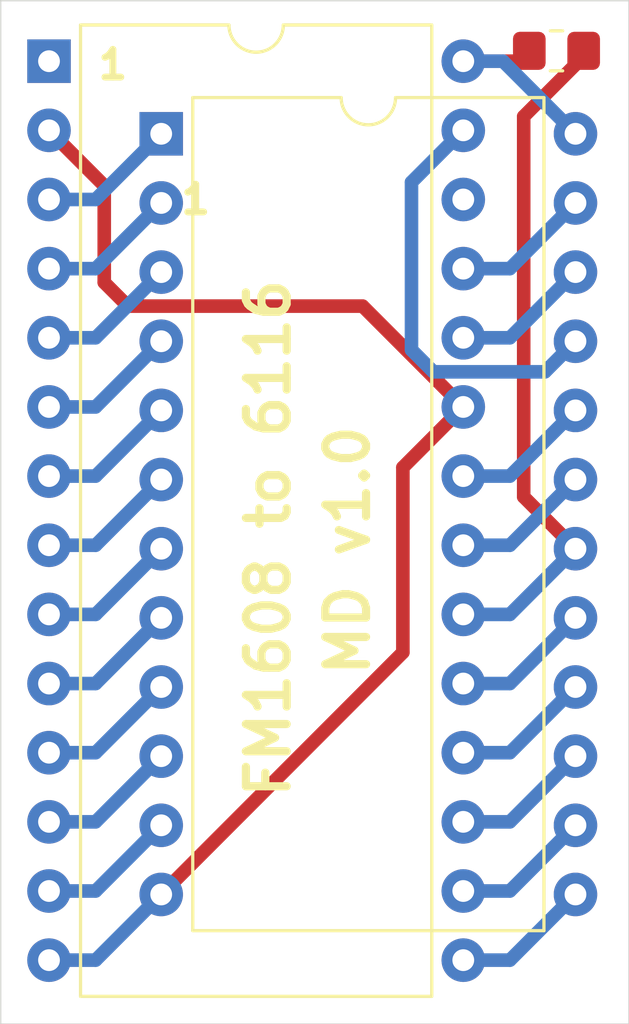
<source format=kicad_pcb>
(kicad_pcb (version 20240108) (generator "pcbnew") (generator_version "8.0")
  (title_block (title "FM1608 to 6116 Adapter") (date "2022-05-17") (rev "1.0") (company "Marc Deslauriers"))
  (layers (0 "F.Cu" signal) (31 "B.Cu" signal) (34 "B.Paste" user) (35 "F.Paste" user) (36 "B.SilkS" user "B.Silkscreen") (37 "F.SilkS" user "F.Silkscreen") (38 "B.Mask" user) (39 "F.Mask" user) (44 "Edge.Cuts" user))
  (net 0 "")
  (net 1 "GND")
  (net 2 "+5V")
  (net 3 "Net-(R1-Pad2)")
  (net 4 "Net-(U1-Pad23)")
  (net 5 "/D2")
  (net 6 "Net-(U1-Pad22)")
  (net 7 "/D1")
  (net 8 "Net-(U1-Pad21)")
  (net 9 "/D0")
  (net 10 "Net-(U1-Pad20)")
  (net 11 "Net-(U1-Pad8)")
  (net 12 "Net-(U1-Pad19)")
  (net 13 "Net-(U1-Pad7)")
  (net 14 "Net-(U1-Pad6)")
  (net 15 "/D7")
  (net 16 "Net-(U1-Pad5)")
  (net 17 "/D6")
  (net 18 "Net-(U1-Pad4)")
  (net 19 "/D5")
  (net 20 "Net-(U1-Pad3)")
  (net 21 "/D4")
  (net 22 "Net-(U1-Pad2)")
  (net 23 "/D3")
  (net 24 "Net-(U1-Pad1)")
  (footprint "Resistor_SMD:R_0805_2012Metric_Pad1.20x1.40mm_HandSolder" (layer "F.Cu") (at 148.209 73.2155)
    (property "Reference" "R1" (hide yes))
    (property "Value" "10K" (hide yes))
    (fp_line (start -0.227064 -0.735) (end 0.227064 -0.735) (stroke (width 0.12)) (layer "F.SilkS"))
    (fp_line (start -0.227064 0.735) (end 0.227064 0.735) (stroke (width 0.12)) (layer "F.SilkS"))
    (pad "1" smd roundrect (at -1 0) (size 1.2 1.4) (layers "F.Cu" "F.Paste" "F.Mask") (roundrect_rratio 0.2083325) (net 2 "+5V"))
    (pad "2" smd roundrect (at 1 0) (size 1.2 1.4) (layers "F.Cu" "F.Paste" "F.Mask") (roundrect_rratio 0.2083325) (net 3 "Net-(R1-Pad2)"))
  )
  (footprint "Package_DIP:DIP-24_W15.24mm" (layer "F.Cu") (at 133.6675 76.2635)
    (property "Reference" "U1" (hide yes))
    (property "Value" "6116" (hide yes))
    (fp_line (start 1.16 -1.33) (end 1.16 29.27) (stroke (width 0.12)) (layer "F.SilkS"))
    (fp_line (start 1.16 29.27) (end 14.08 29.27) (stroke (width 0.12)) (layer "F.SilkS"))
    (fp_line (start 6.62 -1.33) (end 1.16 -1.33) (stroke (width 0.12)) (layer "F.SilkS"))
    (fp_line (start 14.08 -1.33) (end 8.62 -1.33) (stroke (width 0.12)) (layer "F.SilkS"))
    (fp_line (start 14.08 29.27) (end 14.08 -1.33) (stroke (width 0.12)) (layer "F.SilkS"))
    (fp_arc (start 8.62 -1.33) (mid 7.62 -0.33) (end 6.62 -1.33) (stroke (width 0.12)) (layer "F.SilkS"))
    (pad "1" thru_hole rect (at 0 0) (size 1.6 1.6) (drill 0.8) (layers "*.Cu" "*.Mask") (net 24 "Net-(U1-Pad1)"))
    (pad "2" thru_hole oval (at 0 2.54) (size 1.6 1.6) (drill 0.8) (layers "*.Cu" "*.Mask") (net 22 "Net-(U1-Pad2)"))
    (pad "3" thru_hole oval (at 0 5.08) (size 1.6 1.6) (drill 0.8) (layers "*.Cu" "*.Mask") (net 20 "Net-(U1-Pad3)"))
    (pad "4" thru_hole oval (at 0 7.62) (size 1.6 1.6) (drill 0.8) (layers "*.Cu" "*.Mask") (net 18 "Net-(U1-Pad4)"))
    (pad "5" thru_hole oval (at 0 10.16) (size 1.6 1.6) (drill 0.8) (layers "*.Cu" "*.Mask") (net 16 "Net-(U1-Pad5)"))
    (pad "6" thru_hole oval (at 0 12.7) (size 1.6 1.6) (drill 0.8) (layers "*.Cu" "*.Mask") (net 14 "Net-(U1-Pad6)"))
    (pad "7" thru_hole oval (at 0 15.24) (size 1.6 1.6) (drill 0.8) (layers "*.Cu" "*.Mask") (net 13 "Net-(U1-Pad7)"))
    (pad "8" thru_hole oval (at 0 17.78) (size 1.6 1.6) (drill 0.8) (layers "*.Cu" "*.Mask") (net 11 "Net-(U1-Pad8)"))
    (pad "9" thru_hole oval (at 0 20.32) (size 1.6 1.6) (drill 0.8) (layers "*.Cu" "*.Mask") (net 9 "/D0"))
    (pad "10" thru_hole oval (at 0 22.86) (size 1.6 1.6) (drill 0.8) (layers "*.Cu" "*.Mask") (net 7 "/D1"))
    (pad "11" thru_hole oval (at 0 25.4) (size 1.6 1.6) (drill 0.8) (layers "*.Cu" "*.Mask") (net 5 "/D2"))
    (pad "12" thru_hole oval (at 0 27.94) (size 1.6 1.6) (drill 0.8) (layers "*.Cu" "*.Mask") (net 1 "GND"))
    (pad "13" thru_hole oval (at 15.24 27.94) (size 1.6 1.6) (drill 0.8) (layers "*.Cu" "*.Mask") (net 23 "/D3"))
    (pad "14" thru_hole oval (at 15.24 25.4) (size 1.6 1.6) (drill 0.8) (layers "*.Cu" "*.Mask") (net 21 "/D4"))
    (pad "15" thru_hole oval (at 15.24 22.86) (size 1.6 1.6) (drill 0.8) (layers "*.Cu" "*.Mask") (net 19 "/D5"))
    (pad "16" thru_hole oval (at 15.24 20.32) (size 1.6 1.6) (drill 0.8) (layers "*.Cu" "*.Mask") (net 17 "/D6"))
    (pad "17" thru_hole oval (at 15.24 17.78) (size 1.6 1.6) (drill 0.8) (layers "*.Cu" "*.Mask") (net 15 "/D7"))
    (pad "18" thru_hole oval (at 15.24 15.24) (size 1.6 1.6) (drill 0.8) (layers "*.Cu" "*.Mask") (net 3 "Net-(R1-Pad2)"))
    (pad "19" thru_hole oval (at 15.24 12.7) (size 1.6 1.6) (drill 0.8) (layers "*.Cu" "*.Mask") (net 12 "Net-(U1-Pad19)"))
    (pad "20" thru_hole oval (at 15.24 10.16) (size 1.6 1.6) (drill 0.8) (layers "*.Cu" "*.Mask") (net 10 "Net-(U1-Pad20)"))
    (pad "21" thru_hole oval (at 15.24 7.62) (size 1.6 1.6) (drill 0.8) (layers "*.Cu" "*.Mask") (net 8 "Net-(U1-Pad21)"))
    (pad "22" thru_hole oval (at 15.24 5.08) (size 1.6 1.6) (drill 0.8) (layers "*.Cu" "*.Mask") (net 6 "Net-(U1-Pad22)"))
    (pad "23" thru_hole oval (at 15.24 2.54) (size 1.6 1.6) (drill 0.8) (layers "*.Cu" "*.Mask") (net 4 "Net-(U1-Pad23)"))
    (pad "24" thru_hole oval (at 15.24 0) (size 1.6 1.6) (drill 0.8) (layers "*.Cu" "*.Mask") (net 2 "+5V"))
  )
  (footprint "Package_DIP:DIP-28_W15.24mm" (layer "F.Cu") (at 129.54 73.5965)
    (property "Reference" "U2" (hide yes))
    (property "Value" "FM1608" (hide yes))
    (fp_line (start 1.16 -1.33) (end 1.16 34.35) (stroke (width 0.12)) (layer "F.SilkS"))
    (fp_line (start 1.16 34.35) (end 14.08 34.35) (stroke (width 0.12)) (layer "F.SilkS"))
    (fp_line (start 6.62 -1.33) (end 1.16 -1.33) (stroke (width 0.12)) (layer "F.SilkS"))
    (fp_line (start 14.08 -1.33) (end 8.62 -1.33) (stroke (width 0.12)) (layer "F.SilkS"))
    (fp_line (start 14.08 34.35) (end 14.08 -1.33) (stroke (width 0.12)) (layer "F.SilkS"))
    (fp_arc (start 8.62 -1.33) (mid 7.62 -0.33) (end 6.62 -1.33) (stroke (width 0.12)) (layer "F.SilkS"))
    (pad "1" thru_hole rect (at 0 0) (size 1.6 1.6) (drill 0.8) (layers "*.Cu" "*.Mask"))
    (pad "2" thru_hole oval (at 0 2.54) (size 1.6 1.6) (drill 0.8) (layers "*.Cu" "*.Mask") (net 1 "GND"))
    (pad "3" thru_hole oval (at 0 5.08) (size 1.6 1.6) (drill 0.8) (layers "*.Cu" "*.Mask") (net 24 "Net-(U1-Pad1)"))
    (pad "4" thru_hole oval (at 0 7.62) (size 1.6 1.6) (drill 0.8) (layers "*.Cu" "*.Mask") (net 22 "Net-(U1-Pad2)"))
    (pad "5" thru_hole oval (at 0 10.16) (size 1.6 1.6) (drill 0.8) (layers "*.Cu" "*.Mask") (net 20 "Net-(U1-Pad3)"))
    (pad "6" thru_hole oval (at 0 12.7) (size 1.6 1.6) (drill 0.8) (layers "*.Cu" "*.Mask") (net 18 "Net-(U1-Pad4)"))
    (pad "7" thru_hole oval (at 0 15.24) (size 1.6 1.6) (drill 0.8) (layers "*.Cu" "*.Mask") (net 16 "Net-(U1-Pad5)"))
    (pad "8" thru_hole oval (at 0 17.78) (size 1.6 1.6) (drill 0.8) (layers "*.Cu" "*.Mask") (net 14 "Net-(U1-Pad6)"))
    (pad "9" thru_hole oval (at 0 20.32) (size 1.6 1.6) (drill 0.8) (layers "*.Cu" "*.Mask") (net 13 "Net-(U1-Pad7)"))
    (pad "10" thru_hole oval (at 0 22.86) (size 1.6 1.6) (drill 0.8) (layers "*.Cu" "*.Mask") (net 11 "Net-(U1-Pad8)"))
    (pad "11" thru_hole oval (at 0 25.4) (size 1.6 1.6) (drill 0.8) (layers "*.Cu" "*.Mask") (net 9 "/D0"))
    (pad "12" thru_hole oval (at 0 27.94) (size 1.6 1.6) (drill 0.8) (layers "*.Cu" "*.Mask") (net 7 "/D1"))
    (pad "13" thru_hole oval (at 0 30.48) (size 1.6 1.6) (drill 0.8) (layers "*.Cu" "*.Mask") (net 5 "/D2"))
    (pad "14" thru_hole oval (at 0 33.02) (size 1.6 1.6) (drill 0.8) (layers "*.Cu" "*.Mask") (net 1 "GND"))
    (pad "15" thru_hole oval (at 15.24 33.02) (size 1.6 1.6) (drill 0.8) (layers "*.Cu" "*.Mask") (net 23 "/D3"))
    (pad "16" thru_hole oval (at 15.24 30.48) (size 1.6 1.6) (drill 0.8) (layers "*.Cu" "*.Mask") (net 21 "/D4"))
    (pad "17" thru_hole oval (at 15.24 27.94) (size 1.6 1.6) (drill 0.8) (layers "*.Cu" "*.Mask") (net 19 "/D5"))
    (pad "18" thru_hole oval (at 15.24 25.4) (size 1.6 1.6) (drill 0.8) (layers "*.Cu" "*.Mask") (net 17 "/D6"))
    (pad "19" thru_hole oval (at 15.24 22.86) (size 1.6 1.6) (drill 0.8) (layers "*.Cu" "*.Mask") (net 15 "/D7"))
    (pad "20" thru_hole oval (at 15.24 20.32) (size 1.6 1.6) (drill 0.8) (layers "*.Cu" "*.Mask") (net 3 "Net-(R1-Pad2)"))
    (pad "21" thru_hole oval (at 15.24 17.78) (size 1.6 1.6) (drill 0.8) (layers "*.Cu" "*.Mask") (net 12 "Net-(U1-Pad19)"))
    (pad "22" thru_hole oval (at 15.24 15.24) (size 1.6 1.6) (drill 0.8) (layers "*.Cu" "*.Mask") (net 10 "Net-(U1-Pad20)"))
    (pad "23" thru_hole oval (at 15.24 12.7) (size 1.6 1.6) (drill 0.8) (layers "*.Cu" "*.Mask") (net 1 "GND"))
    (pad "24" thru_hole oval (at 15.24 10.16) (size 1.6 1.6) (drill 0.8) (layers "*.Cu" "*.Mask") (net 6 "Net-(U1-Pad22)"))
    (pad "25" thru_hole oval (at 15.24 7.62) (size 1.6 1.6) (drill 0.8) (layers "*.Cu" "*.Mask") (net 4 "Net-(U1-Pad23)"))
    (pad "26" thru_hole oval (at 15.24 5.08) (size 1.6 1.6) (drill 0.8) (layers "*.Cu" "*.Mask"))
    (pad "27" thru_hole oval (at 15.24 2.54) (size 1.6 1.6) (drill 0.8) (layers "*.Cu" "*.Mask") (net 8 "Net-(U1-Pad21)"))
    (pad "28" thru_hole oval (at 15.24 0) (size 1.6 1.6) (drill 0.8) (layers "*.Cu" "*.Mask") (net 2 "+5V"))
  )
  (gr_line (start 127.762 108.966) (end 127.762 71.374) (stroke (width 0.05)) (layer "Edge.Cuts"))
  (gr_line (start 150.876 71.374) (end 150.876 108.966) (stroke (width 0.05)) (layer "Edge.Cuts"))
  (gr_line (start 150.876 108.966) (end 127.762 108.966) (stroke (width 0.05)) (layer "Edge.Cuts"))
  (gr_line (start 127.762 71.374) (end 150.876 71.374) (stroke (width 0.05)) (layer "Edge.Cuts"))
  (gr_text "FM1608 to 6116" (at 137.6045 91.1225 90) (layer "F.SilkS") (effects (font (size 1.5 1.5) (thickness 0.3))))
  (gr_text "1" (at 131.8895 73.7235 0) (layer "F.SilkS") (effects (font (size 1.016 1.016) (thickness 0.254))))
  (gr_text "MD v1.0" (at 140.5255 91.567 90) (layer "F.SilkS") (effects (font (size 1.5 1.5) (thickness 0.3))))
  (gr_text "1" (at 134.9375 78.6765 0) (layer "F.SilkS") (effects (font (size 1.016 1.016) (thickness 0.254))))
  (segment (start 133.6675 104.2035) (end 142.5575 95.3135) (width 0.5) (layer "F.Cu") (net 1))
  (segment (start 132.441001 82.593501) (end 141.077001 82.593501) (width 0.5) (layer "F.Cu") (net 1))
  (segment (start 141.077001 82.593501) (end 144.78 86.2965) (width 0.5) (layer "F.Cu") (net 1))
  (segment (start 131.572 81.7245) (end 132.441001 82.593501) (width 0.5) (layer "F.Cu") (net 1))
  (segment (start 142.5575 88.519) (end 144.78 86.2965) (width 0.5) (layer "F.Cu") (net 1))
  (segment (start 131.572 78.1685) (end 131.572 81.7245) (width 0.5) (layer "F.Cu") (net 1))
  (segment (start 129.54 76.1365) (end 131.572 78.1685) (width 0.5) (layer "F.Cu") (net 1))
  (segment (start 142.5575 95.3135) (end 142.5575 88.519) (width 0.5) (layer "F.Cu") (net 1))
  (segment (start 129.54 106.6165) (end 131.2545 106.6165) (width 0.5) (layer "B.Cu") (net 1))
  (segment (start 131.2545 106.6165) (end 133.6675 104.2035) (width 0.5) (layer "B.Cu") (net 1))
  (segment (start 146.828 73.5965) (end 147.209 73.2155) (width 0.5) (layer "F.Cu") (net 2))
  (segment (start 144.78 73.5965) (end 146.828 73.5965) (width 0.5) (layer "F.Cu") (net 2))
  (segment (start 144.78 73.5965) (end 146.2405 73.5965) (width 0.5) (layer "B.Cu") (net 2))
  (segment (start 146.2405 73.5965) (end 148.9075 76.2635) (width 0.5) (layer "B.Cu") (net 2))
  (segment (start 149.209 73.2155) (end 149.209 73.422) (width 0.5) (layer "F.Cu") (net 3))
  (segment (start 149.209 73.422) (end 147.0025 75.6285) (width 0.5) (layer "F.Cu") (net 3))
  (segment (start 147.0025 75.6285) (end 147.0025 89.5985) (width 0.5) (layer "F.Cu") (net 3))
  (segment (start 147.0025 89.5985) (end 148.9075 91.5035) (width 0.5) (layer "F.Cu") (net 3))
  (segment (start 144.78 93.9165) (end 146.4945 93.9165) (width 0.5) (layer "B.Cu") (net 3))
  (segment (start 146.4945 93.9165) (end 148.9075 91.5035) (width 0.5) (layer "B.Cu") (net 3))
  (segment (start 144.78 81.2165) (end 146.4945 81.2165) (width 0.5) (layer "B.Cu") (net 4))
  (segment (start 146.4945 81.2165) (end 148.9075 78.8035) (width 0.5) (layer "B.Cu") (net 4))
  (segment (start 129.54 104.0765) (end 131.2545 104.0765) (width 0.5) (layer "B.Cu") (net 5))
  (segment (start 131.2545 104.0765) (end 133.6675 101.6635) (width 0.5) (layer "B.Cu") (net 5))
  (segment (start 146.4945 83.7565) (end 148.9075 81.3435) (width 0.5) (layer "B.Cu") (net 6))
  (segment (start 144.78 83.7565) (end 146.4945 83.7565) (width 0.5) (layer "B.Cu") (net 6))
  (segment (start 129.54 101.5365) (end 131.2545 101.5365) (width 0.5) (layer "B.Cu") (net 7))
  (segment (start 131.2545 101.5365) (end 133.6675 99.1235) (width 0.5) (layer "B.Cu") (net 7))
  (segment (start 143.680501 85.006501) (end 142.875 84.201) (width 0.5) (layer "B.Cu") (net 8))
  (segment (start 148.9075 83.8835) (end 147.784499 85.006501) (width 0.5) (layer "B.Cu") (net 8))
  (segment (start 142.875 78.0415) (end 142.875 84.201) (width 0.5) (layer "B.Cu") (net 8))
  (segment (start 147.784499 85.006501) (end 143.680501 85.006501) (width 0.5) (layer "B.Cu") (net 8))
  (segment (start 144.78 76.1365) (end 142.875 78.0415) (width 0.5) (layer "B.Cu") (net 8))
  (segment (start 129.54 98.9965) (end 131.2545 98.9965) (width 0.5) (layer "B.Cu") (net 9))
  (segment (start 131.2545 98.9965) (end 133.6675 96.5835) (width 0.5) (layer "B.Cu") (net 9))
  (segment (start 146.4945 88.8365) (end 148.9075 86.4235) (width 0.5) (layer "B.Cu") (net 10))
  (segment (start 144.78 88.8365) (end 146.4945 88.8365) (width 0.5) (layer "B.Cu") (net 10))
  (segment (start 131.2545 96.4565) (end 133.6675 94.0435) (width 0.5) (layer "B.Cu") (net 11))
  (segment (start 129.54 96.4565) (end 131.2545 96.4565) (width 0.5) (layer "B.Cu") (net 11))
  (segment (start 146.4945 91.3765) (end 148.9075 88.9635) (width 0.5) (layer "B.Cu") (net 12))
  (segment (start 144.78 91.3765) (end 146.4945 91.3765) (width 0.5) (layer "B.Cu") (net 12))
  (segment (start 129.54 93.9165) (end 131.2545 93.9165) (width 0.5) (layer "B.Cu") (net 13))
  (segment (start 131.2545 93.9165) (end 133.6675 91.5035) (width 0.5) (layer "B.Cu") (net 13))
  (segment (start 131.2545 91.3765) (end 133.6675 88.9635) (width 0.5) (layer "B.Cu") (net 14))
  (segment (start 129.54 91.3765) (end 131.2545 91.3765) (width 0.5) (layer "B.Cu") (net 14))
  (segment (start 146.4945 96.4565) (end 148.9075 94.0435) (width 0.5) (layer "B.Cu") (net 15))
  (segment (start 144.78 96.4565) (end 146.4945 96.4565) (width 0.5) (layer "B.Cu") (net 15))
  (segment (start 131.2545 88.8365) (end 133.6675 86.4235) (width 0.5) (layer "B.Cu") (net 16))
  (segment (start 129.54 88.8365) (end 131.2545 88.8365) (width 0.5) (layer "B.Cu") (net 16))
  (segment (start 144.78 98.9965) (end 146.4945 98.9965) (width 0.5) (layer "B.Cu") (net 17))
  (segment (start 146.4945 98.9965) (end 148.9075 96.5835) (width 0.5) (layer "B.Cu") (net 17))
  (segment (start 129.54 86.2965) (end 131.2545 86.2965) (width 0.5) (layer "B.Cu") (net 18))
  (segment (start 131.2545 86.2965) (end 133.6675 83.8835) (width 0.5) (layer "B.Cu") (net 18))
  (segment (start 144.78 101.5365) (end 146.4945 101.5365) (width 0.5) (layer "B.Cu") (net 19))
  (segment (start 146.4945 101.5365) (end 148.9075 99.1235) (width 0.5) (layer "B.Cu") (net 19))
  (segment (start 129.54 83.7565) (end 131.2545 83.7565) (width 0.5) (layer "B.Cu") (net 20))
  (segment (start 131.2545 83.7565) (end 133.6675 81.3435) (width 0.5) (layer "B.Cu") (net 20))
  (segment (start 146.4945 104.0765) (end 148.9075 101.6635) (width 0.5) (layer "B.Cu") (net 21))
  (segment (start 144.78 104.0765) (end 146.4945 104.0765) (width 0.5) (layer "B.Cu") (net 21))
  (segment (start 131.2545 81.2165) (end 133.6675 78.8035) (width 0.5) (layer "B.Cu") (net 22))
  (segment (start 129.54 81.2165) (end 131.2545 81.2165) (width 0.5) (layer "B.Cu") (net 22))
  (segment (start 146.4945 106.6165) (end 148.9075 104.2035) (width 0.5) (layer "B.Cu") (net 23))
  (segment (start 144.78 106.6165) (end 146.4945 106.6165) (width 0.5) (layer "B.Cu") (net 23))
  (segment (start 129.54 78.6765) (end 131.2545 78.6765) (width 0.5) (layer "B.Cu") (net 24))
  (segment (start 131.2545 78.6765) (end 133.6675 76.2635) (width 0.5) (layer "B.Cu") (net 24))
)
</source>
